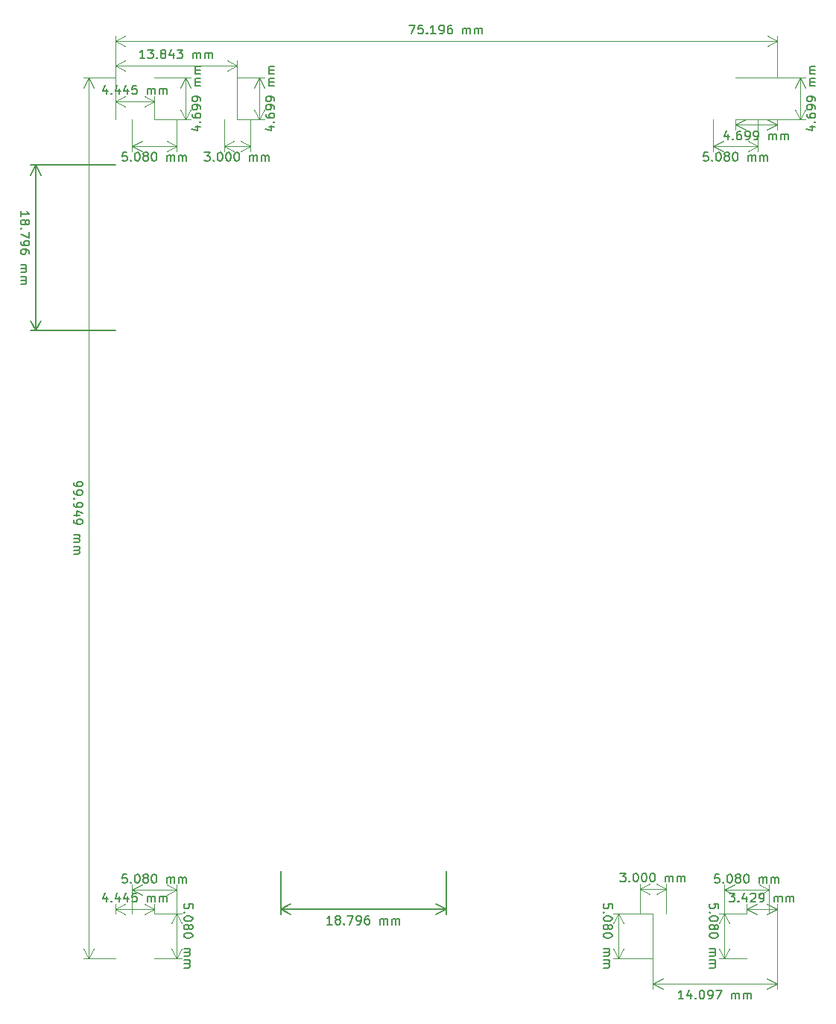
<source format=gbr>
%TF.GenerationSoftware,KiCad,Pcbnew,(5.1.6)-1*%
%TF.CreationDate,2021-05-22T18:41:59+09:00*%
%TF.ProjectId,TinyIR-Panel,54696e79-4952-42d5-9061-6e656c2e6b69,rev?*%
%TF.SameCoordinates,Original*%
%TF.FileFunction,Other,ECO1*%
%FSLAX46Y46*%
G04 Gerber Fmt 4.6, Leading zero omitted, Abs format (unit mm)*
G04 Created by KiCad (PCBNEW (5.1.6)-1) date 2021-05-22 18:41:59*
%MOMM*%
%LPD*%
G01*
G04 APERTURE LIST*
%ADD10C,0.150000*%
%ADD11C,0.100000*%
G04 APERTURE END LIST*
D10*
X109077571Y-146024380D02*
X108506142Y-146024380D01*
X108791857Y-146024380D02*
X108791857Y-145024380D01*
X108696619Y-145167238D01*
X108601380Y-145262476D01*
X108506142Y-145310095D01*
X109649000Y-145452952D02*
X109553761Y-145405333D01*
X109506142Y-145357714D01*
X109458523Y-145262476D01*
X109458523Y-145214857D01*
X109506142Y-145119619D01*
X109553761Y-145072000D01*
X109649000Y-145024380D01*
X109839476Y-145024380D01*
X109934714Y-145072000D01*
X109982333Y-145119619D01*
X110029952Y-145214857D01*
X110029952Y-145262476D01*
X109982333Y-145357714D01*
X109934714Y-145405333D01*
X109839476Y-145452952D01*
X109649000Y-145452952D01*
X109553761Y-145500571D01*
X109506142Y-145548190D01*
X109458523Y-145643428D01*
X109458523Y-145833904D01*
X109506142Y-145929142D01*
X109553761Y-145976761D01*
X109649000Y-146024380D01*
X109839476Y-146024380D01*
X109934714Y-145976761D01*
X109982333Y-145929142D01*
X110029952Y-145833904D01*
X110029952Y-145643428D01*
X109982333Y-145548190D01*
X109934714Y-145500571D01*
X109839476Y-145452952D01*
X110458523Y-145929142D02*
X110506142Y-145976761D01*
X110458523Y-146024380D01*
X110410904Y-145976761D01*
X110458523Y-145929142D01*
X110458523Y-146024380D01*
X110839476Y-145024380D02*
X111506142Y-145024380D01*
X111077571Y-146024380D01*
X111934714Y-146024380D02*
X112125190Y-146024380D01*
X112220428Y-145976761D01*
X112268047Y-145929142D01*
X112363285Y-145786285D01*
X112410904Y-145595809D01*
X112410904Y-145214857D01*
X112363285Y-145119619D01*
X112315666Y-145072000D01*
X112220428Y-145024380D01*
X112029952Y-145024380D01*
X111934714Y-145072000D01*
X111887095Y-145119619D01*
X111839476Y-145214857D01*
X111839476Y-145452952D01*
X111887095Y-145548190D01*
X111934714Y-145595809D01*
X112029952Y-145643428D01*
X112220428Y-145643428D01*
X112315666Y-145595809D01*
X112363285Y-145548190D01*
X112410904Y-145452952D01*
X113268047Y-145024380D02*
X113077571Y-145024380D01*
X112982333Y-145072000D01*
X112934714Y-145119619D01*
X112839476Y-145262476D01*
X112791857Y-145452952D01*
X112791857Y-145833904D01*
X112839476Y-145929142D01*
X112887095Y-145976761D01*
X112982333Y-146024380D01*
X113172809Y-146024380D01*
X113268047Y-145976761D01*
X113315666Y-145929142D01*
X113363285Y-145833904D01*
X113363285Y-145595809D01*
X113315666Y-145500571D01*
X113268047Y-145452952D01*
X113172809Y-145405333D01*
X112982333Y-145405333D01*
X112887095Y-145452952D01*
X112839476Y-145500571D01*
X112791857Y-145595809D01*
X114553761Y-146024380D02*
X114553761Y-145357714D01*
X114553761Y-145452952D02*
X114601380Y-145405333D01*
X114696619Y-145357714D01*
X114839476Y-145357714D01*
X114934714Y-145405333D01*
X114982333Y-145500571D01*
X114982333Y-146024380D01*
X114982333Y-145500571D02*
X115029952Y-145405333D01*
X115125190Y-145357714D01*
X115268047Y-145357714D01*
X115363285Y-145405333D01*
X115410904Y-145500571D01*
X115410904Y-146024380D01*
X115887095Y-146024380D02*
X115887095Y-145357714D01*
X115887095Y-145452952D02*
X115934714Y-145405333D01*
X116029952Y-145357714D01*
X116172809Y-145357714D01*
X116268047Y-145405333D01*
X116315666Y-145500571D01*
X116315666Y-146024380D01*
X116315666Y-145500571D02*
X116363285Y-145405333D01*
X116458523Y-145357714D01*
X116601380Y-145357714D01*
X116696619Y-145405333D01*
X116744238Y-145500571D01*
X116744238Y-146024380D01*
X103251000Y-144272000D02*
X122047000Y-144272000D01*
X103251000Y-139954000D02*
X103251000Y-144858421D01*
X122047000Y-139954000D02*
X122047000Y-144858421D01*
X122047000Y-144272000D02*
X120920496Y-144858421D01*
X122047000Y-144272000D02*
X120920496Y-143685579D01*
X103251000Y-144272000D02*
X104377504Y-144858421D01*
X103251000Y-144272000D02*
X104377504Y-143685579D01*
X73685619Y-65643571D02*
X73685619Y-65072142D01*
X73685619Y-65357857D02*
X74685619Y-65357857D01*
X74542761Y-65262619D01*
X74447523Y-65167380D01*
X74399904Y-65072142D01*
X74257047Y-66215000D02*
X74304666Y-66119761D01*
X74352285Y-66072142D01*
X74447523Y-66024523D01*
X74495142Y-66024523D01*
X74590380Y-66072142D01*
X74638000Y-66119761D01*
X74685619Y-66215000D01*
X74685619Y-66405476D01*
X74638000Y-66500714D01*
X74590380Y-66548333D01*
X74495142Y-66595952D01*
X74447523Y-66595952D01*
X74352285Y-66548333D01*
X74304666Y-66500714D01*
X74257047Y-66405476D01*
X74257047Y-66215000D01*
X74209428Y-66119761D01*
X74161809Y-66072142D01*
X74066571Y-66024523D01*
X73876095Y-66024523D01*
X73780857Y-66072142D01*
X73733238Y-66119761D01*
X73685619Y-66215000D01*
X73685619Y-66405476D01*
X73733238Y-66500714D01*
X73780857Y-66548333D01*
X73876095Y-66595952D01*
X74066571Y-66595952D01*
X74161809Y-66548333D01*
X74209428Y-66500714D01*
X74257047Y-66405476D01*
X73780857Y-67024523D02*
X73733238Y-67072142D01*
X73685619Y-67024523D01*
X73733238Y-66976904D01*
X73780857Y-67024523D01*
X73685619Y-67024523D01*
X74685619Y-67405476D02*
X74685619Y-68072142D01*
X73685619Y-67643571D01*
X73685619Y-68500714D02*
X73685619Y-68691190D01*
X73733238Y-68786428D01*
X73780857Y-68834047D01*
X73923714Y-68929285D01*
X74114190Y-68976904D01*
X74495142Y-68976904D01*
X74590380Y-68929285D01*
X74638000Y-68881666D01*
X74685619Y-68786428D01*
X74685619Y-68595952D01*
X74638000Y-68500714D01*
X74590380Y-68453095D01*
X74495142Y-68405476D01*
X74257047Y-68405476D01*
X74161809Y-68453095D01*
X74114190Y-68500714D01*
X74066571Y-68595952D01*
X74066571Y-68786428D01*
X74114190Y-68881666D01*
X74161809Y-68929285D01*
X74257047Y-68976904D01*
X74685619Y-69834047D02*
X74685619Y-69643571D01*
X74638000Y-69548333D01*
X74590380Y-69500714D01*
X74447523Y-69405476D01*
X74257047Y-69357857D01*
X73876095Y-69357857D01*
X73780857Y-69405476D01*
X73733238Y-69453095D01*
X73685619Y-69548333D01*
X73685619Y-69738809D01*
X73733238Y-69834047D01*
X73780857Y-69881666D01*
X73876095Y-69929285D01*
X74114190Y-69929285D01*
X74209428Y-69881666D01*
X74257047Y-69834047D01*
X74304666Y-69738809D01*
X74304666Y-69548333D01*
X74257047Y-69453095D01*
X74209428Y-69405476D01*
X74114190Y-69357857D01*
X73685619Y-71119761D02*
X74352285Y-71119761D01*
X74257047Y-71119761D02*
X74304666Y-71167380D01*
X74352285Y-71262619D01*
X74352285Y-71405476D01*
X74304666Y-71500714D01*
X74209428Y-71548333D01*
X73685619Y-71548333D01*
X74209428Y-71548333D02*
X74304666Y-71595952D01*
X74352285Y-71691190D01*
X74352285Y-71834047D01*
X74304666Y-71929285D01*
X74209428Y-71976904D01*
X73685619Y-71976904D01*
X73685619Y-72453095D02*
X74352285Y-72453095D01*
X74257047Y-72453095D02*
X74304666Y-72500714D01*
X74352285Y-72595952D01*
X74352285Y-72738809D01*
X74304666Y-72834047D01*
X74209428Y-72881666D01*
X73685619Y-72881666D01*
X74209428Y-72881666D02*
X74304666Y-72929285D01*
X74352285Y-73024523D01*
X74352285Y-73167380D01*
X74304666Y-73262619D01*
X74209428Y-73310238D01*
X73685619Y-73310238D01*
X75438000Y-59817000D02*
X75438000Y-78613000D01*
X84455000Y-59817000D02*
X74851579Y-59817000D01*
X84455000Y-78613000D02*
X74851579Y-78613000D01*
X75438000Y-78613000D02*
X74851579Y-77486496D01*
X75438000Y-78613000D02*
X76024421Y-77486496D01*
X75438000Y-59817000D02*
X74851579Y-60943504D01*
X75438000Y-59817000D02*
X76024421Y-60943504D01*
X87805071Y-47716380D02*
X87233642Y-47716380D01*
X87519357Y-47716380D02*
X87519357Y-46716380D01*
X87424119Y-46859238D01*
X87328880Y-46954476D01*
X87233642Y-47002095D01*
X88138404Y-46716380D02*
X88757452Y-46716380D01*
X88424119Y-47097333D01*
X88566976Y-47097333D01*
X88662214Y-47144952D01*
X88709833Y-47192571D01*
X88757452Y-47287809D01*
X88757452Y-47525904D01*
X88709833Y-47621142D01*
X88662214Y-47668761D01*
X88566976Y-47716380D01*
X88281261Y-47716380D01*
X88186023Y-47668761D01*
X88138404Y-47621142D01*
X89186023Y-47621142D02*
X89233642Y-47668761D01*
X89186023Y-47716380D01*
X89138404Y-47668761D01*
X89186023Y-47621142D01*
X89186023Y-47716380D01*
X89805071Y-47144952D02*
X89709833Y-47097333D01*
X89662214Y-47049714D01*
X89614595Y-46954476D01*
X89614595Y-46906857D01*
X89662214Y-46811619D01*
X89709833Y-46764000D01*
X89805071Y-46716380D01*
X89995547Y-46716380D01*
X90090785Y-46764000D01*
X90138404Y-46811619D01*
X90186023Y-46906857D01*
X90186023Y-46954476D01*
X90138404Y-47049714D01*
X90090785Y-47097333D01*
X89995547Y-47144952D01*
X89805071Y-47144952D01*
X89709833Y-47192571D01*
X89662214Y-47240190D01*
X89614595Y-47335428D01*
X89614595Y-47525904D01*
X89662214Y-47621142D01*
X89709833Y-47668761D01*
X89805071Y-47716380D01*
X89995547Y-47716380D01*
X90090785Y-47668761D01*
X90138404Y-47621142D01*
X90186023Y-47525904D01*
X90186023Y-47335428D01*
X90138404Y-47240190D01*
X90090785Y-47192571D01*
X89995547Y-47144952D01*
X91043166Y-47049714D02*
X91043166Y-47716380D01*
X90805071Y-46668761D02*
X90566976Y-47383047D01*
X91186023Y-47383047D01*
X91471738Y-46716380D02*
X92090785Y-46716380D01*
X91757452Y-47097333D01*
X91900309Y-47097333D01*
X91995547Y-47144952D01*
X92043166Y-47192571D01*
X92090785Y-47287809D01*
X92090785Y-47525904D01*
X92043166Y-47621142D01*
X91995547Y-47668761D01*
X91900309Y-47716380D01*
X91614595Y-47716380D01*
X91519357Y-47668761D01*
X91471738Y-47621142D01*
X93281261Y-47716380D02*
X93281261Y-47049714D01*
X93281261Y-47144952D02*
X93328880Y-47097333D01*
X93424119Y-47049714D01*
X93566976Y-47049714D01*
X93662214Y-47097333D01*
X93709833Y-47192571D01*
X93709833Y-47716380D01*
X93709833Y-47192571D02*
X93757452Y-47097333D01*
X93852690Y-47049714D01*
X93995547Y-47049714D01*
X94090785Y-47097333D01*
X94138404Y-47192571D01*
X94138404Y-47716380D01*
X94614595Y-47716380D02*
X94614595Y-47049714D01*
X94614595Y-47144952D02*
X94662214Y-47097333D01*
X94757452Y-47049714D01*
X94900309Y-47049714D01*
X94995547Y-47097333D01*
X95043166Y-47192571D01*
X95043166Y-47716380D01*
X95043166Y-47192571D02*
X95090785Y-47097333D01*
X95186023Y-47049714D01*
X95328880Y-47049714D01*
X95424119Y-47097333D01*
X95471738Y-47192571D01*
X95471738Y-47716380D01*
D11*
X98298000Y-48514000D02*
X84455000Y-48514000D01*
X98298000Y-54610000D02*
X98298000Y-47927579D01*
X84455000Y-54610000D02*
X84455000Y-47927579D01*
X84455000Y-48514000D02*
X85581504Y-47927579D01*
X84455000Y-48514000D02*
X85581504Y-49100421D01*
X98298000Y-48514000D02*
X97171496Y-47927579D01*
X98298000Y-48514000D02*
X97171496Y-49100421D01*
D10*
X101873714Y-55450976D02*
X102540380Y-55450976D01*
X101492761Y-55689071D02*
X102207047Y-55927166D01*
X102207047Y-55308119D01*
X102445142Y-54927166D02*
X102492761Y-54879547D01*
X102540380Y-54927166D01*
X102492761Y-54974785D01*
X102445142Y-54927166D01*
X102540380Y-54927166D01*
X101540380Y-54022404D02*
X101540380Y-54212880D01*
X101588000Y-54308119D01*
X101635619Y-54355738D01*
X101778476Y-54450976D01*
X101968952Y-54498595D01*
X102349904Y-54498595D01*
X102445142Y-54450976D01*
X102492761Y-54403357D01*
X102540380Y-54308119D01*
X102540380Y-54117642D01*
X102492761Y-54022404D01*
X102445142Y-53974785D01*
X102349904Y-53927166D01*
X102111809Y-53927166D01*
X102016571Y-53974785D01*
X101968952Y-54022404D01*
X101921333Y-54117642D01*
X101921333Y-54308119D01*
X101968952Y-54403357D01*
X102016571Y-54450976D01*
X102111809Y-54498595D01*
X102540380Y-53450976D02*
X102540380Y-53260500D01*
X102492761Y-53165261D01*
X102445142Y-53117642D01*
X102302285Y-53022404D01*
X102111809Y-52974785D01*
X101730857Y-52974785D01*
X101635619Y-53022404D01*
X101588000Y-53070023D01*
X101540380Y-53165261D01*
X101540380Y-53355738D01*
X101588000Y-53450976D01*
X101635619Y-53498595D01*
X101730857Y-53546214D01*
X101968952Y-53546214D01*
X102064190Y-53498595D01*
X102111809Y-53450976D01*
X102159428Y-53355738D01*
X102159428Y-53165261D01*
X102111809Y-53070023D01*
X102064190Y-53022404D01*
X101968952Y-52974785D01*
X102540380Y-52498595D02*
X102540380Y-52308119D01*
X102492761Y-52212880D01*
X102445142Y-52165261D01*
X102302285Y-52070023D01*
X102111809Y-52022404D01*
X101730857Y-52022404D01*
X101635619Y-52070023D01*
X101588000Y-52117642D01*
X101540380Y-52212880D01*
X101540380Y-52403357D01*
X101588000Y-52498595D01*
X101635619Y-52546214D01*
X101730857Y-52593833D01*
X101968952Y-52593833D01*
X102064190Y-52546214D01*
X102111809Y-52498595D01*
X102159428Y-52403357D01*
X102159428Y-52212880D01*
X102111809Y-52117642D01*
X102064190Y-52070023D01*
X101968952Y-52022404D01*
X102540380Y-50831928D02*
X101873714Y-50831928D01*
X101968952Y-50831928D02*
X101921333Y-50784309D01*
X101873714Y-50689071D01*
X101873714Y-50546214D01*
X101921333Y-50450976D01*
X102016571Y-50403357D01*
X102540380Y-50403357D01*
X102016571Y-50403357D02*
X101921333Y-50355738D01*
X101873714Y-50260500D01*
X101873714Y-50117642D01*
X101921333Y-50022404D01*
X102016571Y-49974785D01*
X102540380Y-49974785D01*
X102540380Y-49498595D02*
X101873714Y-49498595D01*
X101968952Y-49498595D02*
X101921333Y-49450976D01*
X101873714Y-49355738D01*
X101873714Y-49212880D01*
X101921333Y-49117642D01*
X102016571Y-49070023D01*
X102540380Y-49070023D01*
X102016571Y-49070023D02*
X101921333Y-49022404D01*
X101873714Y-48927166D01*
X101873714Y-48784309D01*
X101921333Y-48689071D01*
X102016571Y-48641452D01*
X102540380Y-48641452D01*
D11*
X100838000Y-54610000D02*
X100838000Y-49911000D01*
X98298000Y-54610000D02*
X101424421Y-54610000D01*
X98298000Y-49911000D02*
X101424421Y-49911000D01*
X100838000Y-49911000D02*
X101424421Y-51037504D01*
X100838000Y-49911000D02*
X100251579Y-51037504D01*
X100838000Y-54610000D02*
X101424421Y-53483496D01*
X100838000Y-54610000D02*
X100251579Y-53483496D01*
D10*
X94583714Y-58360380D02*
X95202761Y-58360380D01*
X94869428Y-58741333D01*
X95012285Y-58741333D01*
X95107523Y-58788952D01*
X95155142Y-58836571D01*
X95202761Y-58931809D01*
X95202761Y-59169904D01*
X95155142Y-59265142D01*
X95107523Y-59312761D01*
X95012285Y-59360380D01*
X94726571Y-59360380D01*
X94631333Y-59312761D01*
X94583714Y-59265142D01*
X95631333Y-59265142D02*
X95678952Y-59312761D01*
X95631333Y-59360380D01*
X95583714Y-59312761D01*
X95631333Y-59265142D01*
X95631333Y-59360380D01*
X96298000Y-58360380D02*
X96393238Y-58360380D01*
X96488476Y-58408000D01*
X96536095Y-58455619D01*
X96583714Y-58550857D01*
X96631333Y-58741333D01*
X96631333Y-58979428D01*
X96583714Y-59169904D01*
X96536095Y-59265142D01*
X96488476Y-59312761D01*
X96393238Y-59360380D01*
X96298000Y-59360380D01*
X96202761Y-59312761D01*
X96155142Y-59265142D01*
X96107523Y-59169904D01*
X96059904Y-58979428D01*
X96059904Y-58741333D01*
X96107523Y-58550857D01*
X96155142Y-58455619D01*
X96202761Y-58408000D01*
X96298000Y-58360380D01*
X97250380Y-58360380D02*
X97345619Y-58360380D01*
X97440857Y-58408000D01*
X97488476Y-58455619D01*
X97536095Y-58550857D01*
X97583714Y-58741333D01*
X97583714Y-58979428D01*
X97536095Y-59169904D01*
X97488476Y-59265142D01*
X97440857Y-59312761D01*
X97345619Y-59360380D01*
X97250380Y-59360380D01*
X97155142Y-59312761D01*
X97107523Y-59265142D01*
X97059904Y-59169904D01*
X97012285Y-58979428D01*
X97012285Y-58741333D01*
X97059904Y-58550857D01*
X97107523Y-58455619D01*
X97155142Y-58408000D01*
X97250380Y-58360380D01*
X98202761Y-58360380D02*
X98298000Y-58360380D01*
X98393238Y-58408000D01*
X98440857Y-58455619D01*
X98488476Y-58550857D01*
X98536095Y-58741333D01*
X98536095Y-58979428D01*
X98488476Y-59169904D01*
X98440857Y-59265142D01*
X98393238Y-59312761D01*
X98298000Y-59360380D01*
X98202761Y-59360380D01*
X98107523Y-59312761D01*
X98059904Y-59265142D01*
X98012285Y-59169904D01*
X97964666Y-58979428D01*
X97964666Y-58741333D01*
X98012285Y-58550857D01*
X98059904Y-58455619D01*
X98107523Y-58408000D01*
X98202761Y-58360380D01*
X99726571Y-59360380D02*
X99726571Y-58693714D01*
X99726571Y-58788952D02*
X99774190Y-58741333D01*
X99869428Y-58693714D01*
X100012285Y-58693714D01*
X100107523Y-58741333D01*
X100155142Y-58836571D01*
X100155142Y-59360380D01*
X100155142Y-58836571D02*
X100202761Y-58741333D01*
X100298000Y-58693714D01*
X100440857Y-58693714D01*
X100536095Y-58741333D01*
X100583714Y-58836571D01*
X100583714Y-59360380D01*
X101059904Y-59360380D02*
X101059904Y-58693714D01*
X101059904Y-58788952D02*
X101107523Y-58741333D01*
X101202761Y-58693714D01*
X101345619Y-58693714D01*
X101440857Y-58741333D01*
X101488476Y-58836571D01*
X101488476Y-59360380D01*
X101488476Y-58836571D02*
X101536095Y-58741333D01*
X101631333Y-58693714D01*
X101774190Y-58693714D01*
X101869428Y-58741333D01*
X101917047Y-58836571D01*
X101917047Y-59360380D01*
D11*
X96798000Y-57658000D02*
X99798000Y-57658000D01*
X96798000Y-54610000D02*
X96798000Y-58244421D01*
X99798000Y-54610000D02*
X99798000Y-58244421D01*
X99798000Y-57658000D02*
X98671496Y-58244421D01*
X99798000Y-57658000D02*
X98671496Y-57071579D01*
X96798000Y-57658000D02*
X97924504Y-58244421D01*
X96798000Y-57658000D02*
X97924504Y-57071579D01*
D10*
X141827714Y-140188380D02*
X142446761Y-140188380D01*
X142113428Y-140569333D01*
X142256285Y-140569333D01*
X142351523Y-140616952D01*
X142399142Y-140664571D01*
X142446761Y-140759809D01*
X142446761Y-140997904D01*
X142399142Y-141093142D01*
X142351523Y-141140761D01*
X142256285Y-141188380D01*
X141970571Y-141188380D01*
X141875333Y-141140761D01*
X141827714Y-141093142D01*
X142875333Y-141093142D02*
X142922952Y-141140761D01*
X142875333Y-141188380D01*
X142827714Y-141140761D01*
X142875333Y-141093142D01*
X142875333Y-141188380D01*
X143542000Y-140188380D02*
X143637238Y-140188380D01*
X143732476Y-140236000D01*
X143780095Y-140283619D01*
X143827714Y-140378857D01*
X143875333Y-140569333D01*
X143875333Y-140807428D01*
X143827714Y-140997904D01*
X143780095Y-141093142D01*
X143732476Y-141140761D01*
X143637238Y-141188380D01*
X143542000Y-141188380D01*
X143446761Y-141140761D01*
X143399142Y-141093142D01*
X143351523Y-140997904D01*
X143303904Y-140807428D01*
X143303904Y-140569333D01*
X143351523Y-140378857D01*
X143399142Y-140283619D01*
X143446761Y-140236000D01*
X143542000Y-140188380D01*
X144494380Y-140188380D02*
X144589619Y-140188380D01*
X144684857Y-140236000D01*
X144732476Y-140283619D01*
X144780095Y-140378857D01*
X144827714Y-140569333D01*
X144827714Y-140807428D01*
X144780095Y-140997904D01*
X144732476Y-141093142D01*
X144684857Y-141140761D01*
X144589619Y-141188380D01*
X144494380Y-141188380D01*
X144399142Y-141140761D01*
X144351523Y-141093142D01*
X144303904Y-140997904D01*
X144256285Y-140807428D01*
X144256285Y-140569333D01*
X144303904Y-140378857D01*
X144351523Y-140283619D01*
X144399142Y-140236000D01*
X144494380Y-140188380D01*
X145446761Y-140188380D02*
X145542000Y-140188380D01*
X145637238Y-140236000D01*
X145684857Y-140283619D01*
X145732476Y-140378857D01*
X145780095Y-140569333D01*
X145780095Y-140807428D01*
X145732476Y-140997904D01*
X145684857Y-141093142D01*
X145637238Y-141140761D01*
X145542000Y-141188380D01*
X145446761Y-141188380D01*
X145351523Y-141140761D01*
X145303904Y-141093142D01*
X145256285Y-140997904D01*
X145208666Y-140807428D01*
X145208666Y-140569333D01*
X145256285Y-140378857D01*
X145303904Y-140283619D01*
X145351523Y-140236000D01*
X145446761Y-140188380D01*
X146970571Y-141188380D02*
X146970571Y-140521714D01*
X146970571Y-140616952D02*
X147018190Y-140569333D01*
X147113428Y-140521714D01*
X147256285Y-140521714D01*
X147351523Y-140569333D01*
X147399142Y-140664571D01*
X147399142Y-141188380D01*
X147399142Y-140664571D02*
X147446761Y-140569333D01*
X147542000Y-140521714D01*
X147684857Y-140521714D01*
X147780095Y-140569333D01*
X147827714Y-140664571D01*
X147827714Y-141188380D01*
X148303904Y-141188380D02*
X148303904Y-140521714D01*
X148303904Y-140616952D02*
X148351523Y-140569333D01*
X148446761Y-140521714D01*
X148589619Y-140521714D01*
X148684857Y-140569333D01*
X148732476Y-140664571D01*
X148732476Y-141188380D01*
X148732476Y-140664571D02*
X148780095Y-140569333D01*
X148875333Y-140521714D01*
X149018190Y-140521714D01*
X149113428Y-140569333D01*
X149161047Y-140664571D01*
X149161047Y-141188380D01*
D11*
X144042000Y-141986000D02*
X147042000Y-141986000D01*
X144042000Y-144780000D02*
X144042000Y-141399579D01*
X147042000Y-144780000D02*
X147042000Y-141399579D01*
X147042000Y-141986000D02*
X145915496Y-142572421D01*
X147042000Y-141986000D02*
X145915496Y-141399579D01*
X144042000Y-141986000D02*
X145168504Y-142572421D01*
X144042000Y-141986000D02*
X145168504Y-141399579D01*
D10*
X140902619Y-144177142D02*
X140902619Y-143700952D01*
X140426428Y-143653333D01*
X140474047Y-143700952D01*
X140521666Y-143796190D01*
X140521666Y-144034285D01*
X140474047Y-144129523D01*
X140426428Y-144177142D01*
X140331190Y-144224761D01*
X140093095Y-144224761D01*
X139997857Y-144177142D01*
X139950238Y-144129523D01*
X139902619Y-144034285D01*
X139902619Y-143796190D01*
X139950238Y-143700952D01*
X139997857Y-143653333D01*
X139997857Y-144653333D02*
X139950238Y-144700952D01*
X139902619Y-144653333D01*
X139950238Y-144605714D01*
X139997857Y-144653333D01*
X139902619Y-144653333D01*
X140902619Y-145320000D02*
X140902619Y-145415238D01*
X140855000Y-145510476D01*
X140807380Y-145558095D01*
X140712142Y-145605714D01*
X140521666Y-145653333D01*
X140283571Y-145653333D01*
X140093095Y-145605714D01*
X139997857Y-145558095D01*
X139950238Y-145510476D01*
X139902619Y-145415238D01*
X139902619Y-145320000D01*
X139950238Y-145224761D01*
X139997857Y-145177142D01*
X140093095Y-145129523D01*
X140283571Y-145081904D01*
X140521666Y-145081904D01*
X140712142Y-145129523D01*
X140807380Y-145177142D01*
X140855000Y-145224761D01*
X140902619Y-145320000D01*
X140474047Y-146224761D02*
X140521666Y-146129523D01*
X140569285Y-146081904D01*
X140664523Y-146034285D01*
X140712142Y-146034285D01*
X140807380Y-146081904D01*
X140855000Y-146129523D01*
X140902619Y-146224761D01*
X140902619Y-146415238D01*
X140855000Y-146510476D01*
X140807380Y-146558095D01*
X140712142Y-146605714D01*
X140664523Y-146605714D01*
X140569285Y-146558095D01*
X140521666Y-146510476D01*
X140474047Y-146415238D01*
X140474047Y-146224761D01*
X140426428Y-146129523D01*
X140378809Y-146081904D01*
X140283571Y-146034285D01*
X140093095Y-146034285D01*
X139997857Y-146081904D01*
X139950238Y-146129523D01*
X139902619Y-146224761D01*
X139902619Y-146415238D01*
X139950238Y-146510476D01*
X139997857Y-146558095D01*
X140093095Y-146605714D01*
X140283571Y-146605714D01*
X140378809Y-146558095D01*
X140426428Y-146510476D01*
X140474047Y-146415238D01*
X140902619Y-147224761D02*
X140902619Y-147320000D01*
X140855000Y-147415238D01*
X140807380Y-147462857D01*
X140712142Y-147510476D01*
X140521666Y-147558095D01*
X140283571Y-147558095D01*
X140093095Y-147510476D01*
X139997857Y-147462857D01*
X139950238Y-147415238D01*
X139902619Y-147320000D01*
X139902619Y-147224761D01*
X139950238Y-147129523D01*
X139997857Y-147081904D01*
X140093095Y-147034285D01*
X140283571Y-146986666D01*
X140521666Y-146986666D01*
X140712142Y-147034285D01*
X140807380Y-147081904D01*
X140855000Y-147129523D01*
X140902619Y-147224761D01*
X139902619Y-148748571D02*
X140569285Y-148748571D01*
X140474047Y-148748571D02*
X140521666Y-148796190D01*
X140569285Y-148891428D01*
X140569285Y-149034285D01*
X140521666Y-149129523D01*
X140426428Y-149177142D01*
X139902619Y-149177142D01*
X140426428Y-149177142D02*
X140521666Y-149224761D01*
X140569285Y-149320000D01*
X140569285Y-149462857D01*
X140521666Y-149558095D01*
X140426428Y-149605714D01*
X139902619Y-149605714D01*
X139902619Y-150081904D02*
X140569285Y-150081904D01*
X140474047Y-150081904D02*
X140521666Y-150129523D01*
X140569285Y-150224761D01*
X140569285Y-150367619D01*
X140521666Y-150462857D01*
X140426428Y-150510476D01*
X139902619Y-150510476D01*
X140426428Y-150510476D02*
X140521666Y-150558095D01*
X140569285Y-150653333D01*
X140569285Y-150796190D01*
X140521666Y-150891428D01*
X140426428Y-150939047D01*
X139902619Y-150939047D01*
D11*
X141605000Y-144780000D02*
X141605000Y-149860000D01*
X145542000Y-144780000D02*
X141018579Y-144780000D01*
X145542000Y-149860000D02*
X141018579Y-149860000D01*
X141605000Y-149860000D02*
X141018579Y-148733496D01*
X141605000Y-149860000D02*
X142191421Y-148733496D01*
X141605000Y-144780000D02*
X141018579Y-145906504D01*
X141605000Y-144780000D02*
X142191421Y-145906504D01*
D10*
X149019071Y-154483380D02*
X148447642Y-154483380D01*
X148733357Y-154483380D02*
X148733357Y-153483380D01*
X148638119Y-153626238D01*
X148542880Y-153721476D01*
X148447642Y-153769095D01*
X149876214Y-153816714D02*
X149876214Y-154483380D01*
X149638119Y-153435761D02*
X149400023Y-154150047D01*
X150019071Y-154150047D01*
X150400023Y-154388142D02*
X150447642Y-154435761D01*
X150400023Y-154483380D01*
X150352404Y-154435761D01*
X150400023Y-154388142D01*
X150400023Y-154483380D01*
X151066690Y-153483380D02*
X151161928Y-153483380D01*
X151257166Y-153531000D01*
X151304785Y-153578619D01*
X151352404Y-153673857D01*
X151400023Y-153864333D01*
X151400023Y-154102428D01*
X151352404Y-154292904D01*
X151304785Y-154388142D01*
X151257166Y-154435761D01*
X151161928Y-154483380D01*
X151066690Y-154483380D01*
X150971452Y-154435761D01*
X150923833Y-154388142D01*
X150876214Y-154292904D01*
X150828595Y-154102428D01*
X150828595Y-153864333D01*
X150876214Y-153673857D01*
X150923833Y-153578619D01*
X150971452Y-153531000D01*
X151066690Y-153483380D01*
X151876214Y-154483380D02*
X152066690Y-154483380D01*
X152161928Y-154435761D01*
X152209547Y-154388142D01*
X152304785Y-154245285D01*
X152352404Y-154054809D01*
X152352404Y-153673857D01*
X152304785Y-153578619D01*
X152257166Y-153531000D01*
X152161928Y-153483380D01*
X151971452Y-153483380D01*
X151876214Y-153531000D01*
X151828595Y-153578619D01*
X151780976Y-153673857D01*
X151780976Y-153911952D01*
X151828595Y-154007190D01*
X151876214Y-154054809D01*
X151971452Y-154102428D01*
X152161928Y-154102428D01*
X152257166Y-154054809D01*
X152304785Y-154007190D01*
X152352404Y-153911952D01*
X152685738Y-153483380D02*
X153352404Y-153483380D01*
X152923833Y-154483380D01*
X154495261Y-154483380D02*
X154495261Y-153816714D01*
X154495261Y-153911952D02*
X154542880Y-153864333D01*
X154638119Y-153816714D01*
X154780976Y-153816714D01*
X154876214Y-153864333D01*
X154923833Y-153959571D01*
X154923833Y-154483380D01*
X154923833Y-153959571D02*
X154971452Y-153864333D01*
X155066690Y-153816714D01*
X155209547Y-153816714D01*
X155304785Y-153864333D01*
X155352404Y-153959571D01*
X155352404Y-154483380D01*
X155828595Y-154483380D02*
X155828595Y-153816714D01*
X155828595Y-153911952D02*
X155876214Y-153864333D01*
X155971452Y-153816714D01*
X156114309Y-153816714D01*
X156209547Y-153864333D01*
X156257166Y-153959571D01*
X156257166Y-154483380D01*
X156257166Y-153959571D02*
X156304785Y-153864333D01*
X156400023Y-153816714D01*
X156542880Y-153816714D01*
X156638119Y-153864333D01*
X156685738Y-153959571D01*
X156685738Y-154483380D01*
D11*
X145542000Y-152781000D02*
X159639000Y-152781000D01*
X145542000Y-144780000D02*
X145542000Y-153367421D01*
X159639000Y-144780000D02*
X159639000Y-153367421D01*
X159639000Y-152781000D02*
X158512496Y-153367421D01*
X159639000Y-152781000D02*
X158512496Y-152194579D01*
X145542000Y-152781000D02*
X146668504Y-153367421D01*
X145542000Y-152781000D02*
X146668504Y-152194579D01*
D10*
X83487023Y-142807715D02*
X83487023Y-143474381D01*
X83248928Y-142426762D02*
X83010833Y-143141048D01*
X83629880Y-143141048D01*
X84010833Y-143379143D02*
X84058452Y-143426762D01*
X84010833Y-143474381D01*
X83963214Y-143426762D01*
X84010833Y-143379143D01*
X84010833Y-143474381D01*
X84915595Y-142807715D02*
X84915595Y-143474381D01*
X84677500Y-142426762D02*
X84439404Y-143141048D01*
X85058452Y-143141048D01*
X85867976Y-142807715D02*
X85867976Y-143474381D01*
X85629880Y-142426762D02*
X85391785Y-143141048D01*
X86010833Y-143141048D01*
X86867976Y-142474381D02*
X86391785Y-142474381D01*
X86344166Y-142950572D01*
X86391785Y-142902953D01*
X86487023Y-142855334D01*
X86725119Y-142855334D01*
X86820357Y-142902953D01*
X86867976Y-142950572D01*
X86915595Y-143045810D01*
X86915595Y-143283905D01*
X86867976Y-143379143D01*
X86820357Y-143426762D01*
X86725119Y-143474381D01*
X86487023Y-143474381D01*
X86391785Y-143426762D01*
X86344166Y-143379143D01*
X88106071Y-143474381D02*
X88106071Y-142807715D01*
X88106071Y-142902953D02*
X88153690Y-142855334D01*
X88248928Y-142807715D01*
X88391785Y-142807715D01*
X88487023Y-142855334D01*
X88534642Y-142950572D01*
X88534642Y-143474381D01*
X88534642Y-142950572D02*
X88582261Y-142855334D01*
X88677500Y-142807715D01*
X88820357Y-142807715D01*
X88915595Y-142855334D01*
X88963214Y-142950572D01*
X88963214Y-143474381D01*
X89439404Y-143474381D02*
X89439404Y-142807715D01*
X89439404Y-142902953D02*
X89487023Y-142855334D01*
X89582261Y-142807715D01*
X89725119Y-142807715D01*
X89820357Y-142855334D01*
X89867976Y-142950572D01*
X89867976Y-143474381D01*
X89867976Y-142950572D02*
X89915595Y-142855334D01*
X90010833Y-142807715D01*
X90153690Y-142807715D01*
X90248928Y-142855334D01*
X90296547Y-142950572D01*
X90296547Y-143474381D01*
D11*
X88900000Y-144272001D02*
X84455000Y-144272001D01*
X88900000Y-144780000D02*
X88900000Y-143685580D01*
X84455000Y-144780000D02*
X84455000Y-143685580D01*
X84455000Y-144272001D02*
X85581504Y-143685580D01*
X84455000Y-144272001D02*
X85581504Y-144858422D01*
X88900000Y-144272001D02*
X87773496Y-143685580D01*
X88900000Y-144272001D02*
X87773496Y-144858422D01*
D10*
X93237619Y-144177142D02*
X93237619Y-143700952D01*
X92761428Y-143653333D01*
X92809047Y-143700952D01*
X92856666Y-143796190D01*
X92856666Y-144034285D01*
X92809047Y-144129523D01*
X92761428Y-144177142D01*
X92666190Y-144224761D01*
X92428095Y-144224761D01*
X92332857Y-144177142D01*
X92285238Y-144129523D01*
X92237619Y-144034285D01*
X92237619Y-143796190D01*
X92285238Y-143700952D01*
X92332857Y-143653333D01*
X92332857Y-144653333D02*
X92285238Y-144700952D01*
X92237619Y-144653333D01*
X92285238Y-144605714D01*
X92332857Y-144653333D01*
X92237619Y-144653333D01*
X93237619Y-145320000D02*
X93237619Y-145415238D01*
X93190000Y-145510476D01*
X93142380Y-145558095D01*
X93047142Y-145605714D01*
X92856666Y-145653333D01*
X92618571Y-145653333D01*
X92428095Y-145605714D01*
X92332857Y-145558095D01*
X92285238Y-145510476D01*
X92237619Y-145415238D01*
X92237619Y-145320000D01*
X92285238Y-145224761D01*
X92332857Y-145177142D01*
X92428095Y-145129523D01*
X92618571Y-145081904D01*
X92856666Y-145081904D01*
X93047142Y-145129523D01*
X93142380Y-145177142D01*
X93190000Y-145224761D01*
X93237619Y-145320000D01*
X92809047Y-146224761D02*
X92856666Y-146129523D01*
X92904285Y-146081904D01*
X92999523Y-146034285D01*
X93047142Y-146034285D01*
X93142380Y-146081904D01*
X93190000Y-146129523D01*
X93237619Y-146224761D01*
X93237619Y-146415238D01*
X93190000Y-146510476D01*
X93142380Y-146558095D01*
X93047142Y-146605714D01*
X92999523Y-146605714D01*
X92904285Y-146558095D01*
X92856666Y-146510476D01*
X92809047Y-146415238D01*
X92809047Y-146224761D01*
X92761428Y-146129523D01*
X92713809Y-146081904D01*
X92618571Y-146034285D01*
X92428095Y-146034285D01*
X92332857Y-146081904D01*
X92285238Y-146129523D01*
X92237619Y-146224761D01*
X92237619Y-146415238D01*
X92285238Y-146510476D01*
X92332857Y-146558095D01*
X92428095Y-146605714D01*
X92618571Y-146605714D01*
X92713809Y-146558095D01*
X92761428Y-146510476D01*
X92809047Y-146415238D01*
X93237619Y-147224761D02*
X93237619Y-147320000D01*
X93190000Y-147415238D01*
X93142380Y-147462857D01*
X93047142Y-147510476D01*
X92856666Y-147558095D01*
X92618571Y-147558095D01*
X92428095Y-147510476D01*
X92332857Y-147462857D01*
X92285238Y-147415238D01*
X92237619Y-147320000D01*
X92237619Y-147224761D01*
X92285238Y-147129523D01*
X92332857Y-147081904D01*
X92428095Y-147034285D01*
X92618571Y-146986666D01*
X92856666Y-146986666D01*
X93047142Y-147034285D01*
X93142380Y-147081904D01*
X93190000Y-147129523D01*
X93237619Y-147224761D01*
X92237619Y-148748571D02*
X92904285Y-148748571D01*
X92809047Y-148748571D02*
X92856666Y-148796190D01*
X92904285Y-148891428D01*
X92904285Y-149034285D01*
X92856666Y-149129523D01*
X92761428Y-149177142D01*
X92237619Y-149177142D01*
X92761428Y-149177142D02*
X92856666Y-149224761D01*
X92904285Y-149320000D01*
X92904285Y-149462857D01*
X92856666Y-149558095D01*
X92761428Y-149605714D01*
X92237619Y-149605714D01*
X92237619Y-150081904D02*
X92904285Y-150081904D01*
X92809047Y-150081904D02*
X92856666Y-150129523D01*
X92904285Y-150224761D01*
X92904285Y-150367619D01*
X92856666Y-150462857D01*
X92761428Y-150510476D01*
X92237619Y-150510476D01*
X92761428Y-150510476D02*
X92856666Y-150558095D01*
X92904285Y-150653333D01*
X92904285Y-150796190D01*
X92856666Y-150891428D01*
X92761428Y-150939047D01*
X92237619Y-150939047D01*
D11*
X91440000Y-144780000D02*
X91440000Y-149860000D01*
X88900000Y-144780000D02*
X92026421Y-144780000D01*
X88900000Y-149860000D02*
X92026421Y-149860000D01*
X91440000Y-149860000D02*
X90853579Y-148733496D01*
X91440000Y-149860000D02*
X92026421Y-148733496D01*
X91440000Y-144780000D02*
X90853579Y-145906504D01*
X91440000Y-144780000D02*
X92026421Y-145906504D01*
D10*
X85757142Y-140315380D02*
X85280952Y-140315380D01*
X85233333Y-140791571D01*
X85280952Y-140743952D01*
X85376190Y-140696333D01*
X85614285Y-140696333D01*
X85709523Y-140743952D01*
X85757142Y-140791571D01*
X85804761Y-140886809D01*
X85804761Y-141124904D01*
X85757142Y-141220142D01*
X85709523Y-141267761D01*
X85614285Y-141315380D01*
X85376190Y-141315380D01*
X85280952Y-141267761D01*
X85233333Y-141220142D01*
X86233333Y-141220142D02*
X86280952Y-141267761D01*
X86233333Y-141315380D01*
X86185714Y-141267761D01*
X86233333Y-141220142D01*
X86233333Y-141315380D01*
X86900000Y-140315380D02*
X86995238Y-140315380D01*
X87090476Y-140363000D01*
X87138095Y-140410619D01*
X87185714Y-140505857D01*
X87233333Y-140696333D01*
X87233333Y-140934428D01*
X87185714Y-141124904D01*
X87138095Y-141220142D01*
X87090476Y-141267761D01*
X86995238Y-141315380D01*
X86900000Y-141315380D01*
X86804761Y-141267761D01*
X86757142Y-141220142D01*
X86709523Y-141124904D01*
X86661904Y-140934428D01*
X86661904Y-140696333D01*
X86709523Y-140505857D01*
X86757142Y-140410619D01*
X86804761Y-140363000D01*
X86900000Y-140315380D01*
X87804761Y-140743952D02*
X87709523Y-140696333D01*
X87661904Y-140648714D01*
X87614285Y-140553476D01*
X87614285Y-140505857D01*
X87661904Y-140410619D01*
X87709523Y-140363000D01*
X87804761Y-140315380D01*
X87995238Y-140315380D01*
X88090476Y-140363000D01*
X88138095Y-140410619D01*
X88185714Y-140505857D01*
X88185714Y-140553476D01*
X88138095Y-140648714D01*
X88090476Y-140696333D01*
X87995238Y-140743952D01*
X87804761Y-140743952D01*
X87709523Y-140791571D01*
X87661904Y-140839190D01*
X87614285Y-140934428D01*
X87614285Y-141124904D01*
X87661904Y-141220142D01*
X87709523Y-141267761D01*
X87804761Y-141315380D01*
X87995238Y-141315380D01*
X88090476Y-141267761D01*
X88138095Y-141220142D01*
X88185714Y-141124904D01*
X88185714Y-140934428D01*
X88138095Y-140839190D01*
X88090476Y-140791571D01*
X87995238Y-140743952D01*
X88804761Y-140315380D02*
X88900000Y-140315380D01*
X88995238Y-140363000D01*
X89042857Y-140410619D01*
X89090476Y-140505857D01*
X89138095Y-140696333D01*
X89138095Y-140934428D01*
X89090476Y-141124904D01*
X89042857Y-141220142D01*
X88995238Y-141267761D01*
X88900000Y-141315380D01*
X88804761Y-141315380D01*
X88709523Y-141267761D01*
X88661904Y-141220142D01*
X88614285Y-141124904D01*
X88566666Y-140934428D01*
X88566666Y-140696333D01*
X88614285Y-140505857D01*
X88661904Y-140410619D01*
X88709523Y-140363000D01*
X88804761Y-140315380D01*
X90328571Y-141315380D02*
X90328571Y-140648714D01*
X90328571Y-140743952D02*
X90376190Y-140696333D01*
X90471428Y-140648714D01*
X90614285Y-140648714D01*
X90709523Y-140696333D01*
X90757142Y-140791571D01*
X90757142Y-141315380D01*
X90757142Y-140791571D02*
X90804761Y-140696333D01*
X90900000Y-140648714D01*
X91042857Y-140648714D01*
X91138095Y-140696333D01*
X91185714Y-140791571D01*
X91185714Y-141315380D01*
X91661904Y-141315380D02*
X91661904Y-140648714D01*
X91661904Y-140743952D02*
X91709523Y-140696333D01*
X91804761Y-140648714D01*
X91947619Y-140648714D01*
X92042857Y-140696333D01*
X92090476Y-140791571D01*
X92090476Y-141315380D01*
X92090476Y-140791571D02*
X92138095Y-140696333D01*
X92233333Y-140648714D01*
X92376190Y-140648714D01*
X92471428Y-140696333D01*
X92519047Y-140791571D01*
X92519047Y-141315380D01*
D11*
X86360000Y-142113000D02*
X91440000Y-142113000D01*
X86360000Y-144780000D02*
X86360000Y-141526579D01*
X91440000Y-144780000D02*
X91440000Y-141526579D01*
X91440000Y-142113000D02*
X90313496Y-142699421D01*
X91440000Y-142113000D02*
X90313496Y-141526579D01*
X86360000Y-142113000D02*
X87486504Y-142699421D01*
X86360000Y-142113000D02*
X87486504Y-141526579D01*
D10*
X152967619Y-144177142D02*
X152967619Y-143700952D01*
X152491428Y-143653333D01*
X152539047Y-143700952D01*
X152586666Y-143796190D01*
X152586666Y-144034285D01*
X152539047Y-144129523D01*
X152491428Y-144177142D01*
X152396190Y-144224761D01*
X152158095Y-144224761D01*
X152062857Y-144177142D01*
X152015238Y-144129523D01*
X151967619Y-144034285D01*
X151967619Y-143796190D01*
X152015238Y-143700952D01*
X152062857Y-143653333D01*
X152062857Y-144653333D02*
X152015238Y-144700952D01*
X151967619Y-144653333D01*
X152015238Y-144605714D01*
X152062857Y-144653333D01*
X151967619Y-144653333D01*
X152967619Y-145320000D02*
X152967619Y-145415238D01*
X152920000Y-145510476D01*
X152872380Y-145558095D01*
X152777142Y-145605714D01*
X152586666Y-145653333D01*
X152348571Y-145653333D01*
X152158095Y-145605714D01*
X152062857Y-145558095D01*
X152015238Y-145510476D01*
X151967619Y-145415238D01*
X151967619Y-145320000D01*
X152015238Y-145224761D01*
X152062857Y-145177142D01*
X152158095Y-145129523D01*
X152348571Y-145081904D01*
X152586666Y-145081904D01*
X152777142Y-145129523D01*
X152872380Y-145177142D01*
X152920000Y-145224761D01*
X152967619Y-145320000D01*
X152539047Y-146224761D02*
X152586666Y-146129523D01*
X152634285Y-146081904D01*
X152729523Y-146034285D01*
X152777142Y-146034285D01*
X152872380Y-146081904D01*
X152920000Y-146129523D01*
X152967619Y-146224761D01*
X152967619Y-146415238D01*
X152920000Y-146510476D01*
X152872380Y-146558095D01*
X152777142Y-146605714D01*
X152729523Y-146605714D01*
X152634285Y-146558095D01*
X152586666Y-146510476D01*
X152539047Y-146415238D01*
X152539047Y-146224761D01*
X152491428Y-146129523D01*
X152443809Y-146081904D01*
X152348571Y-146034285D01*
X152158095Y-146034285D01*
X152062857Y-146081904D01*
X152015238Y-146129523D01*
X151967619Y-146224761D01*
X151967619Y-146415238D01*
X152015238Y-146510476D01*
X152062857Y-146558095D01*
X152158095Y-146605714D01*
X152348571Y-146605714D01*
X152443809Y-146558095D01*
X152491428Y-146510476D01*
X152539047Y-146415238D01*
X152967619Y-147224761D02*
X152967619Y-147320000D01*
X152920000Y-147415238D01*
X152872380Y-147462857D01*
X152777142Y-147510476D01*
X152586666Y-147558095D01*
X152348571Y-147558095D01*
X152158095Y-147510476D01*
X152062857Y-147462857D01*
X152015238Y-147415238D01*
X151967619Y-147320000D01*
X151967619Y-147224761D01*
X152015238Y-147129523D01*
X152062857Y-147081904D01*
X152158095Y-147034285D01*
X152348571Y-146986666D01*
X152586666Y-146986666D01*
X152777142Y-147034285D01*
X152872380Y-147081904D01*
X152920000Y-147129523D01*
X152967619Y-147224761D01*
X151967619Y-148748571D02*
X152634285Y-148748571D01*
X152539047Y-148748571D02*
X152586666Y-148796190D01*
X152634285Y-148891428D01*
X152634285Y-149034285D01*
X152586666Y-149129523D01*
X152491428Y-149177142D01*
X151967619Y-149177142D01*
X152491428Y-149177142D02*
X152586666Y-149224761D01*
X152634285Y-149320000D01*
X152634285Y-149462857D01*
X152586666Y-149558095D01*
X152491428Y-149605714D01*
X151967619Y-149605714D01*
X151967619Y-150081904D02*
X152634285Y-150081904D01*
X152539047Y-150081904D02*
X152586666Y-150129523D01*
X152634285Y-150224761D01*
X152634285Y-150367619D01*
X152586666Y-150462857D01*
X152491428Y-150510476D01*
X151967619Y-150510476D01*
X152491428Y-150510476D02*
X152586666Y-150558095D01*
X152634285Y-150653333D01*
X152634285Y-150796190D01*
X152586666Y-150891428D01*
X152491428Y-150939047D01*
X151967619Y-150939047D01*
D11*
X153670000Y-144780000D02*
X153670000Y-149860000D01*
X156210000Y-144780000D02*
X153083579Y-144780000D01*
X156210000Y-149860000D02*
X153083579Y-149860000D01*
X153670000Y-149860000D02*
X153083579Y-148733496D01*
X153670000Y-149860000D02*
X154256421Y-148733496D01*
X153670000Y-144780000D02*
X153083579Y-145906504D01*
X153670000Y-144780000D02*
X154256421Y-145906504D01*
D10*
X154210214Y-142474380D02*
X154829261Y-142474380D01*
X154495928Y-142855333D01*
X154638785Y-142855333D01*
X154734023Y-142902952D01*
X154781642Y-142950571D01*
X154829261Y-143045809D01*
X154829261Y-143283904D01*
X154781642Y-143379142D01*
X154734023Y-143426761D01*
X154638785Y-143474380D01*
X154353071Y-143474380D01*
X154257833Y-143426761D01*
X154210214Y-143379142D01*
X155257833Y-143379142D02*
X155305452Y-143426761D01*
X155257833Y-143474380D01*
X155210214Y-143426761D01*
X155257833Y-143379142D01*
X155257833Y-143474380D01*
X156162595Y-142807714D02*
X156162595Y-143474380D01*
X155924500Y-142426761D02*
X155686404Y-143141047D01*
X156305452Y-143141047D01*
X156638785Y-142569619D02*
X156686404Y-142522000D01*
X156781642Y-142474380D01*
X157019738Y-142474380D01*
X157114976Y-142522000D01*
X157162595Y-142569619D01*
X157210214Y-142664857D01*
X157210214Y-142760095D01*
X157162595Y-142902952D01*
X156591166Y-143474380D01*
X157210214Y-143474380D01*
X157686404Y-143474380D02*
X157876880Y-143474380D01*
X157972119Y-143426761D01*
X158019738Y-143379142D01*
X158114976Y-143236285D01*
X158162595Y-143045809D01*
X158162595Y-142664857D01*
X158114976Y-142569619D01*
X158067357Y-142522000D01*
X157972119Y-142474380D01*
X157781642Y-142474380D01*
X157686404Y-142522000D01*
X157638785Y-142569619D01*
X157591166Y-142664857D01*
X157591166Y-142902952D01*
X157638785Y-142998190D01*
X157686404Y-143045809D01*
X157781642Y-143093428D01*
X157972119Y-143093428D01*
X158067357Y-143045809D01*
X158114976Y-142998190D01*
X158162595Y-142902952D01*
X159353071Y-143474380D02*
X159353071Y-142807714D01*
X159353071Y-142902952D02*
X159400690Y-142855333D01*
X159495928Y-142807714D01*
X159638785Y-142807714D01*
X159734023Y-142855333D01*
X159781642Y-142950571D01*
X159781642Y-143474380D01*
X159781642Y-142950571D02*
X159829261Y-142855333D01*
X159924500Y-142807714D01*
X160067357Y-142807714D01*
X160162595Y-142855333D01*
X160210214Y-142950571D01*
X160210214Y-143474380D01*
X160686404Y-143474380D02*
X160686404Y-142807714D01*
X160686404Y-142902952D02*
X160734023Y-142855333D01*
X160829261Y-142807714D01*
X160972119Y-142807714D01*
X161067357Y-142855333D01*
X161114976Y-142950571D01*
X161114976Y-143474380D01*
X161114976Y-142950571D02*
X161162595Y-142855333D01*
X161257833Y-142807714D01*
X161400690Y-142807714D01*
X161495928Y-142855333D01*
X161543547Y-142950571D01*
X161543547Y-143474380D01*
D11*
X156210000Y-144272000D02*
X159639000Y-144272000D01*
X156210000Y-144780000D02*
X156210000Y-143685579D01*
X159639000Y-144780000D02*
X159639000Y-143685579D01*
X159639000Y-144272000D02*
X158512496Y-144858421D01*
X159639000Y-144272000D02*
X158512496Y-143685579D01*
X156210000Y-144272000D02*
X157336504Y-144858421D01*
X156210000Y-144272000D02*
X157336504Y-143685579D01*
D10*
X153067142Y-140315380D02*
X152590952Y-140315380D01*
X152543333Y-140791571D01*
X152590952Y-140743952D01*
X152686190Y-140696333D01*
X152924285Y-140696333D01*
X153019523Y-140743952D01*
X153067142Y-140791571D01*
X153114761Y-140886809D01*
X153114761Y-141124904D01*
X153067142Y-141220142D01*
X153019523Y-141267761D01*
X152924285Y-141315380D01*
X152686190Y-141315380D01*
X152590952Y-141267761D01*
X152543333Y-141220142D01*
X153543333Y-141220142D02*
X153590952Y-141267761D01*
X153543333Y-141315380D01*
X153495714Y-141267761D01*
X153543333Y-141220142D01*
X153543333Y-141315380D01*
X154210000Y-140315380D02*
X154305238Y-140315380D01*
X154400476Y-140363000D01*
X154448095Y-140410619D01*
X154495714Y-140505857D01*
X154543333Y-140696333D01*
X154543333Y-140934428D01*
X154495714Y-141124904D01*
X154448095Y-141220142D01*
X154400476Y-141267761D01*
X154305238Y-141315380D01*
X154210000Y-141315380D01*
X154114761Y-141267761D01*
X154067142Y-141220142D01*
X154019523Y-141124904D01*
X153971904Y-140934428D01*
X153971904Y-140696333D01*
X154019523Y-140505857D01*
X154067142Y-140410619D01*
X154114761Y-140363000D01*
X154210000Y-140315380D01*
X155114761Y-140743952D02*
X155019523Y-140696333D01*
X154971904Y-140648714D01*
X154924285Y-140553476D01*
X154924285Y-140505857D01*
X154971904Y-140410619D01*
X155019523Y-140363000D01*
X155114761Y-140315380D01*
X155305238Y-140315380D01*
X155400476Y-140363000D01*
X155448095Y-140410619D01*
X155495714Y-140505857D01*
X155495714Y-140553476D01*
X155448095Y-140648714D01*
X155400476Y-140696333D01*
X155305238Y-140743952D01*
X155114761Y-140743952D01*
X155019523Y-140791571D01*
X154971904Y-140839190D01*
X154924285Y-140934428D01*
X154924285Y-141124904D01*
X154971904Y-141220142D01*
X155019523Y-141267761D01*
X155114761Y-141315380D01*
X155305238Y-141315380D01*
X155400476Y-141267761D01*
X155448095Y-141220142D01*
X155495714Y-141124904D01*
X155495714Y-140934428D01*
X155448095Y-140839190D01*
X155400476Y-140791571D01*
X155305238Y-140743952D01*
X156114761Y-140315380D02*
X156210000Y-140315380D01*
X156305238Y-140363000D01*
X156352857Y-140410619D01*
X156400476Y-140505857D01*
X156448095Y-140696333D01*
X156448095Y-140934428D01*
X156400476Y-141124904D01*
X156352857Y-141220142D01*
X156305238Y-141267761D01*
X156210000Y-141315380D01*
X156114761Y-141315380D01*
X156019523Y-141267761D01*
X155971904Y-141220142D01*
X155924285Y-141124904D01*
X155876666Y-140934428D01*
X155876666Y-140696333D01*
X155924285Y-140505857D01*
X155971904Y-140410619D01*
X156019523Y-140363000D01*
X156114761Y-140315380D01*
X157638571Y-141315380D02*
X157638571Y-140648714D01*
X157638571Y-140743952D02*
X157686190Y-140696333D01*
X157781428Y-140648714D01*
X157924285Y-140648714D01*
X158019523Y-140696333D01*
X158067142Y-140791571D01*
X158067142Y-141315380D01*
X158067142Y-140791571D02*
X158114761Y-140696333D01*
X158210000Y-140648714D01*
X158352857Y-140648714D01*
X158448095Y-140696333D01*
X158495714Y-140791571D01*
X158495714Y-141315380D01*
X158971904Y-141315380D02*
X158971904Y-140648714D01*
X158971904Y-140743952D02*
X159019523Y-140696333D01*
X159114761Y-140648714D01*
X159257619Y-140648714D01*
X159352857Y-140696333D01*
X159400476Y-140791571D01*
X159400476Y-141315380D01*
X159400476Y-140791571D02*
X159448095Y-140696333D01*
X159543333Y-140648714D01*
X159686190Y-140648714D01*
X159781428Y-140696333D01*
X159829047Y-140791571D01*
X159829047Y-141315380D01*
D11*
X158750000Y-142113000D02*
X153670000Y-142113000D01*
X158750000Y-144780000D02*
X158750000Y-141526579D01*
X153670000Y-144780000D02*
X153670000Y-141526579D01*
X153670000Y-142113000D02*
X154796504Y-141526579D01*
X153670000Y-142113000D02*
X154796504Y-142699421D01*
X158750000Y-142113000D02*
X157623496Y-141526579D01*
X158750000Y-142113000D02*
X157623496Y-142699421D01*
D10*
X83487023Y-51113715D02*
X83487023Y-51780381D01*
X83248928Y-50732762D02*
X83010833Y-51447048D01*
X83629880Y-51447048D01*
X84010833Y-51685143D02*
X84058452Y-51732762D01*
X84010833Y-51780381D01*
X83963214Y-51732762D01*
X84010833Y-51685143D01*
X84010833Y-51780381D01*
X84915595Y-51113715D02*
X84915595Y-51780381D01*
X84677500Y-50732762D02*
X84439404Y-51447048D01*
X85058452Y-51447048D01*
X85867976Y-51113715D02*
X85867976Y-51780381D01*
X85629880Y-50732762D02*
X85391785Y-51447048D01*
X86010833Y-51447048D01*
X86867976Y-50780381D02*
X86391785Y-50780381D01*
X86344166Y-51256572D01*
X86391785Y-51208953D01*
X86487023Y-51161334D01*
X86725119Y-51161334D01*
X86820357Y-51208953D01*
X86867976Y-51256572D01*
X86915595Y-51351810D01*
X86915595Y-51589905D01*
X86867976Y-51685143D01*
X86820357Y-51732762D01*
X86725119Y-51780381D01*
X86487023Y-51780381D01*
X86391785Y-51732762D01*
X86344166Y-51685143D01*
X88106071Y-51780381D02*
X88106071Y-51113715D01*
X88106071Y-51208953D02*
X88153690Y-51161334D01*
X88248928Y-51113715D01*
X88391785Y-51113715D01*
X88487023Y-51161334D01*
X88534642Y-51256572D01*
X88534642Y-51780381D01*
X88534642Y-51256572D02*
X88582261Y-51161334D01*
X88677500Y-51113715D01*
X88820357Y-51113715D01*
X88915595Y-51161334D01*
X88963214Y-51256572D01*
X88963214Y-51780381D01*
X89439404Y-51780381D02*
X89439404Y-51113715D01*
X89439404Y-51208953D02*
X89487023Y-51161334D01*
X89582261Y-51113715D01*
X89725119Y-51113715D01*
X89820357Y-51161334D01*
X89867976Y-51256572D01*
X89867976Y-51780381D01*
X89867976Y-51256572D02*
X89915595Y-51161334D01*
X90010833Y-51113715D01*
X90153690Y-51113715D01*
X90248928Y-51161334D01*
X90296547Y-51256572D01*
X90296547Y-51780381D01*
D11*
X88900000Y-52578001D02*
X84455000Y-52578001D01*
X88900000Y-54610000D02*
X88900000Y-51991580D01*
X84455000Y-54610000D02*
X84455000Y-51991580D01*
X84455000Y-52578001D02*
X85581504Y-51991580D01*
X84455000Y-52578001D02*
X85581504Y-53164422D01*
X88900000Y-52578001D02*
X87773496Y-51991580D01*
X88900000Y-52578001D02*
X87773496Y-53164422D01*
D10*
X93491714Y-55450976D02*
X94158380Y-55450976D01*
X93110761Y-55689071D02*
X93825047Y-55927166D01*
X93825047Y-55308119D01*
X94063142Y-54927166D02*
X94110761Y-54879547D01*
X94158380Y-54927166D01*
X94110761Y-54974785D01*
X94063142Y-54927166D01*
X94158380Y-54927166D01*
X93158380Y-54022404D02*
X93158380Y-54212880D01*
X93206000Y-54308119D01*
X93253619Y-54355738D01*
X93396476Y-54450976D01*
X93586952Y-54498595D01*
X93967904Y-54498595D01*
X94063142Y-54450976D01*
X94110761Y-54403357D01*
X94158380Y-54308119D01*
X94158380Y-54117642D01*
X94110761Y-54022404D01*
X94063142Y-53974785D01*
X93967904Y-53927166D01*
X93729809Y-53927166D01*
X93634571Y-53974785D01*
X93586952Y-54022404D01*
X93539333Y-54117642D01*
X93539333Y-54308119D01*
X93586952Y-54403357D01*
X93634571Y-54450976D01*
X93729809Y-54498595D01*
X94158380Y-53450976D02*
X94158380Y-53260500D01*
X94110761Y-53165261D01*
X94063142Y-53117642D01*
X93920285Y-53022404D01*
X93729809Y-52974785D01*
X93348857Y-52974785D01*
X93253619Y-53022404D01*
X93206000Y-53070023D01*
X93158380Y-53165261D01*
X93158380Y-53355738D01*
X93206000Y-53450976D01*
X93253619Y-53498595D01*
X93348857Y-53546214D01*
X93586952Y-53546214D01*
X93682190Y-53498595D01*
X93729809Y-53450976D01*
X93777428Y-53355738D01*
X93777428Y-53165261D01*
X93729809Y-53070023D01*
X93682190Y-53022404D01*
X93586952Y-52974785D01*
X94158380Y-52498595D02*
X94158380Y-52308119D01*
X94110761Y-52212880D01*
X94063142Y-52165261D01*
X93920285Y-52070023D01*
X93729809Y-52022404D01*
X93348857Y-52022404D01*
X93253619Y-52070023D01*
X93206000Y-52117642D01*
X93158380Y-52212880D01*
X93158380Y-52403357D01*
X93206000Y-52498595D01*
X93253619Y-52546214D01*
X93348857Y-52593833D01*
X93586952Y-52593833D01*
X93682190Y-52546214D01*
X93729809Y-52498595D01*
X93777428Y-52403357D01*
X93777428Y-52212880D01*
X93729809Y-52117642D01*
X93682190Y-52070023D01*
X93586952Y-52022404D01*
X94158380Y-50831928D02*
X93491714Y-50831928D01*
X93586952Y-50831928D02*
X93539333Y-50784309D01*
X93491714Y-50689071D01*
X93491714Y-50546214D01*
X93539333Y-50450976D01*
X93634571Y-50403357D01*
X94158380Y-50403357D01*
X93634571Y-50403357D02*
X93539333Y-50355738D01*
X93491714Y-50260500D01*
X93491714Y-50117642D01*
X93539333Y-50022404D01*
X93634571Y-49974785D01*
X94158380Y-49974785D01*
X94158380Y-49498595D02*
X93491714Y-49498595D01*
X93586952Y-49498595D02*
X93539333Y-49450976D01*
X93491714Y-49355738D01*
X93491714Y-49212880D01*
X93539333Y-49117642D01*
X93634571Y-49070023D01*
X94158380Y-49070023D01*
X93634571Y-49070023D02*
X93539333Y-49022404D01*
X93491714Y-48927166D01*
X93491714Y-48784309D01*
X93539333Y-48689071D01*
X93634571Y-48641452D01*
X94158380Y-48641452D01*
D11*
X92456000Y-54610000D02*
X92456000Y-49911000D01*
X88900000Y-54610000D02*
X93042421Y-54610000D01*
X88900000Y-49911000D02*
X93042421Y-49911000D01*
X92456000Y-49911000D02*
X93042421Y-51037504D01*
X92456000Y-49911000D02*
X91869579Y-51037504D01*
X92456000Y-54610000D02*
X93042421Y-53483496D01*
X92456000Y-54610000D02*
X91869579Y-53483496D01*
D10*
X85757142Y-58360380D02*
X85280952Y-58360380D01*
X85233333Y-58836571D01*
X85280952Y-58788952D01*
X85376190Y-58741333D01*
X85614285Y-58741333D01*
X85709523Y-58788952D01*
X85757142Y-58836571D01*
X85804761Y-58931809D01*
X85804761Y-59169904D01*
X85757142Y-59265142D01*
X85709523Y-59312761D01*
X85614285Y-59360380D01*
X85376190Y-59360380D01*
X85280952Y-59312761D01*
X85233333Y-59265142D01*
X86233333Y-59265142D02*
X86280952Y-59312761D01*
X86233333Y-59360380D01*
X86185714Y-59312761D01*
X86233333Y-59265142D01*
X86233333Y-59360380D01*
X86900000Y-58360380D02*
X86995238Y-58360380D01*
X87090476Y-58408000D01*
X87138095Y-58455619D01*
X87185714Y-58550857D01*
X87233333Y-58741333D01*
X87233333Y-58979428D01*
X87185714Y-59169904D01*
X87138095Y-59265142D01*
X87090476Y-59312761D01*
X86995238Y-59360380D01*
X86900000Y-59360380D01*
X86804761Y-59312761D01*
X86757142Y-59265142D01*
X86709523Y-59169904D01*
X86661904Y-58979428D01*
X86661904Y-58741333D01*
X86709523Y-58550857D01*
X86757142Y-58455619D01*
X86804761Y-58408000D01*
X86900000Y-58360380D01*
X87804761Y-58788952D02*
X87709523Y-58741333D01*
X87661904Y-58693714D01*
X87614285Y-58598476D01*
X87614285Y-58550857D01*
X87661904Y-58455619D01*
X87709523Y-58408000D01*
X87804761Y-58360380D01*
X87995238Y-58360380D01*
X88090476Y-58408000D01*
X88138095Y-58455619D01*
X88185714Y-58550857D01*
X88185714Y-58598476D01*
X88138095Y-58693714D01*
X88090476Y-58741333D01*
X87995238Y-58788952D01*
X87804761Y-58788952D01*
X87709523Y-58836571D01*
X87661904Y-58884190D01*
X87614285Y-58979428D01*
X87614285Y-59169904D01*
X87661904Y-59265142D01*
X87709523Y-59312761D01*
X87804761Y-59360380D01*
X87995238Y-59360380D01*
X88090476Y-59312761D01*
X88138095Y-59265142D01*
X88185714Y-59169904D01*
X88185714Y-58979428D01*
X88138095Y-58884190D01*
X88090476Y-58836571D01*
X87995238Y-58788952D01*
X88804761Y-58360380D02*
X88900000Y-58360380D01*
X88995238Y-58408000D01*
X89042857Y-58455619D01*
X89090476Y-58550857D01*
X89138095Y-58741333D01*
X89138095Y-58979428D01*
X89090476Y-59169904D01*
X89042857Y-59265142D01*
X88995238Y-59312761D01*
X88900000Y-59360380D01*
X88804761Y-59360380D01*
X88709523Y-59312761D01*
X88661904Y-59265142D01*
X88614285Y-59169904D01*
X88566666Y-58979428D01*
X88566666Y-58741333D01*
X88614285Y-58550857D01*
X88661904Y-58455619D01*
X88709523Y-58408000D01*
X88804761Y-58360380D01*
X90328571Y-59360380D02*
X90328571Y-58693714D01*
X90328571Y-58788952D02*
X90376190Y-58741333D01*
X90471428Y-58693714D01*
X90614285Y-58693714D01*
X90709523Y-58741333D01*
X90757142Y-58836571D01*
X90757142Y-59360380D01*
X90757142Y-58836571D02*
X90804761Y-58741333D01*
X90900000Y-58693714D01*
X91042857Y-58693714D01*
X91138095Y-58741333D01*
X91185714Y-58836571D01*
X91185714Y-59360380D01*
X91661904Y-59360380D02*
X91661904Y-58693714D01*
X91661904Y-58788952D02*
X91709523Y-58741333D01*
X91804761Y-58693714D01*
X91947619Y-58693714D01*
X92042857Y-58741333D01*
X92090476Y-58836571D01*
X92090476Y-59360380D01*
X92090476Y-58836571D02*
X92138095Y-58741333D01*
X92233333Y-58693714D01*
X92376190Y-58693714D01*
X92471428Y-58741333D01*
X92519047Y-58836571D01*
X92519047Y-59360380D01*
D11*
X86360000Y-57658000D02*
X91440000Y-57658000D01*
X86360000Y-54610000D02*
X86360000Y-58244421D01*
X91440000Y-54610000D02*
X91440000Y-58244421D01*
X91440000Y-57658000D02*
X90313496Y-58244421D01*
X91440000Y-57658000D02*
X90313496Y-57071579D01*
X86360000Y-57658000D02*
X87486504Y-58244421D01*
X86360000Y-57658000D02*
X87486504Y-57071579D01*
D10*
X163341714Y-55450976D02*
X164008380Y-55450976D01*
X162960761Y-55689071D02*
X163675047Y-55927166D01*
X163675047Y-55308119D01*
X163913142Y-54927166D02*
X163960761Y-54879547D01*
X164008380Y-54927166D01*
X163960761Y-54974785D01*
X163913142Y-54927166D01*
X164008380Y-54927166D01*
X163008380Y-54022404D02*
X163008380Y-54212880D01*
X163056000Y-54308119D01*
X163103619Y-54355738D01*
X163246476Y-54450976D01*
X163436952Y-54498595D01*
X163817904Y-54498595D01*
X163913142Y-54450976D01*
X163960761Y-54403357D01*
X164008380Y-54308119D01*
X164008380Y-54117642D01*
X163960761Y-54022404D01*
X163913142Y-53974785D01*
X163817904Y-53927166D01*
X163579809Y-53927166D01*
X163484571Y-53974785D01*
X163436952Y-54022404D01*
X163389333Y-54117642D01*
X163389333Y-54308119D01*
X163436952Y-54403357D01*
X163484571Y-54450976D01*
X163579809Y-54498595D01*
X164008380Y-53450976D02*
X164008380Y-53260500D01*
X163960761Y-53165261D01*
X163913142Y-53117642D01*
X163770285Y-53022404D01*
X163579809Y-52974785D01*
X163198857Y-52974785D01*
X163103619Y-53022404D01*
X163056000Y-53070023D01*
X163008380Y-53165261D01*
X163008380Y-53355738D01*
X163056000Y-53450976D01*
X163103619Y-53498595D01*
X163198857Y-53546214D01*
X163436952Y-53546214D01*
X163532190Y-53498595D01*
X163579809Y-53450976D01*
X163627428Y-53355738D01*
X163627428Y-53165261D01*
X163579809Y-53070023D01*
X163532190Y-53022404D01*
X163436952Y-52974785D01*
X164008380Y-52498595D02*
X164008380Y-52308119D01*
X163960761Y-52212880D01*
X163913142Y-52165261D01*
X163770285Y-52070023D01*
X163579809Y-52022404D01*
X163198857Y-52022404D01*
X163103619Y-52070023D01*
X163056000Y-52117642D01*
X163008380Y-52212880D01*
X163008380Y-52403357D01*
X163056000Y-52498595D01*
X163103619Y-52546214D01*
X163198857Y-52593833D01*
X163436952Y-52593833D01*
X163532190Y-52546214D01*
X163579809Y-52498595D01*
X163627428Y-52403357D01*
X163627428Y-52212880D01*
X163579809Y-52117642D01*
X163532190Y-52070023D01*
X163436952Y-52022404D01*
X164008380Y-50831928D02*
X163341714Y-50831928D01*
X163436952Y-50831928D02*
X163389333Y-50784309D01*
X163341714Y-50689071D01*
X163341714Y-50546214D01*
X163389333Y-50450976D01*
X163484571Y-50403357D01*
X164008380Y-50403357D01*
X163484571Y-50403357D02*
X163389333Y-50355738D01*
X163341714Y-50260500D01*
X163341714Y-50117642D01*
X163389333Y-50022404D01*
X163484571Y-49974785D01*
X164008380Y-49974785D01*
X164008380Y-49498595D02*
X163341714Y-49498595D01*
X163436952Y-49498595D02*
X163389333Y-49450976D01*
X163341714Y-49355738D01*
X163341714Y-49212880D01*
X163389333Y-49117642D01*
X163484571Y-49070023D01*
X164008380Y-49070023D01*
X163484571Y-49070023D02*
X163389333Y-49022404D01*
X163341714Y-48927166D01*
X163341714Y-48784309D01*
X163389333Y-48689071D01*
X163484571Y-48641452D01*
X164008380Y-48641452D01*
D11*
X162306000Y-54610000D02*
X162306000Y-49911000D01*
X154940000Y-54610000D02*
X162892421Y-54610000D01*
X154940000Y-49911000D02*
X162892421Y-49911000D01*
X162306000Y-49911000D02*
X162892421Y-51037504D01*
X162306000Y-49911000D02*
X161719579Y-51037504D01*
X162306000Y-54610000D02*
X162892421Y-53483496D01*
X162306000Y-54610000D02*
X161719579Y-53483496D01*
D10*
X154099023Y-56280714D02*
X154099023Y-56947380D01*
X153860928Y-55899761D02*
X153622833Y-56614047D01*
X154241880Y-56614047D01*
X154622833Y-56852142D02*
X154670452Y-56899761D01*
X154622833Y-56947380D01*
X154575214Y-56899761D01*
X154622833Y-56852142D01*
X154622833Y-56947380D01*
X155527595Y-55947380D02*
X155337119Y-55947380D01*
X155241880Y-55995000D01*
X155194261Y-56042619D01*
X155099023Y-56185476D01*
X155051404Y-56375952D01*
X155051404Y-56756904D01*
X155099023Y-56852142D01*
X155146642Y-56899761D01*
X155241880Y-56947380D01*
X155432357Y-56947380D01*
X155527595Y-56899761D01*
X155575214Y-56852142D01*
X155622833Y-56756904D01*
X155622833Y-56518809D01*
X155575214Y-56423571D01*
X155527595Y-56375952D01*
X155432357Y-56328333D01*
X155241880Y-56328333D01*
X155146642Y-56375952D01*
X155099023Y-56423571D01*
X155051404Y-56518809D01*
X156099023Y-56947380D02*
X156289500Y-56947380D01*
X156384738Y-56899761D01*
X156432357Y-56852142D01*
X156527595Y-56709285D01*
X156575214Y-56518809D01*
X156575214Y-56137857D01*
X156527595Y-56042619D01*
X156479976Y-55995000D01*
X156384738Y-55947380D01*
X156194261Y-55947380D01*
X156099023Y-55995000D01*
X156051404Y-56042619D01*
X156003785Y-56137857D01*
X156003785Y-56375952D01*
X156051404Y-56471190D01*
X156099023Y-56518809D01*
X156194261Y-56566428D01*
X156384738Y-56566428D01*
X156479976Y-56518809D01*
X156527595Y-56471190D01*
X156575214Y-56375952D01*
X157051404Y-56947380D02*
X157241880Y-56947380D01*
X157337119Y-56899761D01*
X157384738Y-56852142D01*
X157479976Y-56709285D01*
X157527595Y-56518809D01*
X157527595Y-56137857D01*
X157479976Y-56042619D01*
X157432357Y-55995000D01*
X157337119Y-55947380D01*
X157146642Y-55947380D01*
X157051404Y-55995000D01*
X157003785Y-56042619D01*
X156956166Y-56137857D01*
X156956166Y-56375952D01*
X157003785Y-56471190D01*
X157051404Y-56518809D01*
X157146642Y-56566428D01*
X157337119Y-56566428D01*
X157432357Y-56518809D01*
X157479976Y-56471190D01*
X157527595Y-56375952D01*
X158718071Y-56947380D02*
X158718071Y-56280714D01*
X158718071Y-56375952D02*
X158765690Y-56328333D01*
X158860928Y-56280714D01*
X159003785Y-56280714D01*
X159099023Y-56328333D01*
X159146642Y-56423571D01*
X159146642Y-56947380D01*
X159146642Y-56423571D02*
X159194261Y-56328333D01*
X159289500Y-56280714D01*
X159432357Y-56280714D01*
X159527595Y-56328333D01*
X159575214Y-56423571D01*
X159575214Y-56947380D01*
X160051404Y-56947380D02*
X160051404Y-56280714D01*
X160051404Y-56375952D02*
X160099023Y-56328333D01*
X160194261Y-56280714D01*
X160337119Y-56280714D01*
X160432357Y-56328333D01*
X160479976Y-56423571D01*
X160479976Y-56947380D01*
X160479976Y-56423571D02*
X160527595Y-56328333D01*
X160622833Y-56280714D01*
X160765690Y-56280714D01*
X160860928Y-56328333D01*
X160908547Y-56423571D01*
X160908547Y-56947380D01*
D11*
X154940000Y-55245000D02*
X159639000Y-55245000D01*
X154940000Y-54610000D02*
X154940000Y-55831421D01*
X159639000Y-54610000D02*
X159639000Y-55831421D01*
X159639000Y-55245000D02*
X158512496Y-55831421D01*
X159639000Y-55245000D02*
X158512496Y-54658579D01*
X154940000Y-55245000D02*
X156066504Y-55831421D01*
X154940000Y-55245000D02*
X156066504Y-54658579D01*
D10*
X151797142Y-58360380D02*
X151320952Y-58360380D01*
X151273333Y-58836571D01*
X151320952Y-58788952D01*
X151416190Y-58741333D01*
X151654285Y-58741333D01*
X151749523Y-58788952D01*
X151797142Y-58836571D01*
X151844761Y-58931809D01*
X151844761Y-59169904D01*
X151797142Y-59265142D01*
X151749523Y-59312761D01*
X151654285Y-59360380D01*
X151416190Y-59360380D01*
X151320952Y-59312761D01*
X151273333Y-59265142D01*
X152273333Y-59265142D02*
X152320952Y-59312761D01*
X152273333Y-59360380D01*
X152225714Y-59312761D01*
X152273333Y-59265142D01*
X152273333Y-59360380D01*
X152940000Y-58360380D02*
X153035238Y-58360380D01*
X153130476Y-58408000D01*
X153178095Y-58455619D01*
X153225714Y-58550857D01*
X153273333Y-58741333D01*
X153273333Y-58979428D01*
X153225714Y-59169904D01*
X153178095Y-59265142D01*
X153130476Y-59312761D01*
X153035238Y-59360380D01*
X152940000Y-59360380D01*
X152844761Y-59312761D01*
X152797142Y-59265142D01*
X152749523Y-59169904D01*
X152701904Y-58979428D01*
X152701904Y-58741333D01*
X152749523Y-58550857D01*
X152797142Y-58455619D01*
X152844761Y-58408000D01*
X152940000Y-58360380D01*
X153844761Y-58788952D02*
X153749523Y-58741333D01*
X153701904Y-58693714D01*
X153654285Y-58598476D01*
X153654285Y-58550857D01*
X153701904Y-58455619D01*
X153749523Y-58408000D01*
X153844761Y-58360380D01*
X154035238Y-58360380D01*
X154130476Y-58408000D01*
X154178095Y-58455619D01*
X154225714Y-58550857D01*
X154225714Y-58598476D01*
X154178095Y-58693714D01*
X154130476Y-58741333D01*
X154035238Y-58788952D01*
X153844761Y-58788952D01*
X153749523Y-58836571D01*
X153701904Y-58884190D01*
X153654285Y-58979428D01*
X153654285Y-59169904D01*
X153701904Y-59265142D01*
X153749523Y-59312761D01*
X153844761Y-59360380D01*
X154035238Y-59360380D01*
X154130476Y-59312761D01*
X154178095Y-59265142D01*
X154225714Y-59169904D01*
X154225714Y-58979428D01*
X154178095Y-58884190D01*
X154130476Y-58836571D01*
X154035238Y-58788952D01*
X154844761Y-58360380D02*
X154940000Y-58360380D01*
X155035238Y-58408000D01*
X155082857Y-58455619D01*
X155130476Y-58550857D01*
X155178095Y-58741333D01*
X155178095Y-58979428D01*
X155130476Y-59169904D01*
X155082857Y-59265142D01*
X155035238Y-59312761D01*
X154940000Y-59360380D01*
X154844761Y-59360380D01*
X154749523Y-59312761D01*
X154701904Y-59265142D01*
X154654285Y-59169904D01*
X154606666Y-58979428D01*
X154606666Y-58741333D01*
X154654285Y-58550857D01*
X154701904Y-58455619D01*
X154749523Y-58408000D01*
X154844761Y-58360380D01*
X156368571Y-59360380D02*
X156368571Y-58693714D01*
X156368571Y-58788952D02*
X156416190Y-58741333D01*
X156511428Y-58693714D01*
X156654285Y-58693714D01*
X156749523Y-58741333D01*
X156797142Y-58836571D01*
X156797142Y-59360380D01*
X156797142Y-58836571D02*
X156844761Y-58741333D01*
X156940000Y-58693714D01*
X157082857Y-58693714D01*
X157178095Y-58741333D01*
X157225714Y-58836571D01*
X157225714Y-59360380D01*
X157701904Y-59360380D02*
X157701904Y-58693714D01*
X157701904Y-58788952D02*
X157749523Y-58741333D01*
X157844761Y-58693714D01*
X157987619Y-58693714D01*
X158082857Y-58741333D01*
X158130476Y-58836571D01*
X158130476Y-59360380D01*
X158130476Y-58836571D02*
X158178095Y-58741333D01*
X158273333Y-58693714D01*
X158416190Y-58693714D01*
X158511428Y-58741333D01*
X158559047Y-58836571D01*
X158559047Y-59360380D01*
D11*
X152400000Y-57658000D02*
X157480000Y-57658000D01*
X152400000Y-54610000D02*
X152400000Y-58244421D01*
X157480000Y-54610000D02*
X157480000Y-58244421D01*
X157480000Y-57658000D02*
X156353496Y-58244421D01*
X157480000Y-57658000D02*
X156353496Y-57071579D01*
X152400000Y-57658000D02*
X153526504Y-58244421D01*
X152400000Y-57658000D02*
X153526504Y-57071579D01*
D10*
X79704619Y-95837880D02*
X79704619Y-96028357D01*
X79752238Y-96123595D01*
X79799857Y-96171214D01*
X79942714Y-96266452D01*
X80133190Y-96314071D01*
X80514142Y-96314071D01*
X80609380Y-96266452D01*
X80657000Y-96218833D01*
X80704619Y-96123595D01*
X80704619Y-95933119D01*
X80657000Y-95837880D01*
X80609380Y-95790261D01*
X80514142Y-95742642D01*
X80276047Y-95742642D01*
X80180809Y-95790261D01*
X80133190Y-95837880D01*
X80085571Y-95933119D01*
X80085571Y-96123595D01*
X80133190Y-96218833D01*
X80180809Y-96266452D01*
X80276047Y-96314071D01*
X79704619Y-96790261D02*
X79704619Y-96980738D01*
X79752238Y-97075976D01*
X79799857Y-97123595D01*
X79942714Y-97218833D01*
X80133190Y-97266452D01*
X80514142Y-97266452D01*
X80609380Y-97218833D01*
X80657000Y-97171214D01*
X80704619Y-97075976D01*
X80704619Y-96885500D01*
X80657000Y-96790261D01*
X80609380Y-96742642D01*
X80514142Y-96695023D01*
X80276047Y-96695023D01*
X80180809Y-96742642D01*
X80133190Y-96790261D01*
X80085571Y-96885500D01*
X80085571Y-97075976D01*
X80133190Y-97171214D01*
X80180809Y-97218833D01*
X80276047Y-97266452D01*
X79799857Y-97695023D02*
X79752238Y-97742642D01*
X79704619Y-97695023D01*
X79752238Y-97647404D01*
X79799857Y-97695023D01*
X79704619Y-97695023D01*
X79704619Y-98218833D02*
X79704619Y-98409309D01*
X79752238Y-98504547D01*
X79799857Y-98552166D01*
X79942714Y-98647404D01*
X80133190Y-98695023D01*
X80514142Y-98695023D01*
X80609380Y-98647404D01*
X80657000Y-98599785D01*
X80704619Y-98504547D01*
X80704619Y-98314071D01*
X80657000Y-98218833D01*
X80609380Y-98171214D01*
X80514142Y-98123595D01*
X80276047Y-98123595D01*
X80180809Y-98171214D01*
X80133190Y-98218833D01*
X80085571Y-98314071D01*
X80085571Y-98504547D01*
X80133190Y-98599785D01*
X80180809Y-98647404D01*
X80276047Y-98695023D01*
X80371285Y-99552166D02*
X79704619Y-99552166D01*
X80752238Y-99314071D02*
X80037952Y-99075976D01*
X80037952Y-99695023D01*
X79704619Y-100123595D02*
X79704619Y-100314071D01*
X79752238Y-100409309D01*
X79799857Y-100456928D01*
X79942714Y-100552166D01*
X80133190Y-100599785D01*
X80514142Y-100599785D01*
X80609380Y-100552166D01*
X80657000Y-100504547D01*
X80704619Y-100409309D01*
X80704619Y-100218833D01*
X80657000Y-100123595D01*
X80609380Y-100075976D01*
X80514142Y-100028357D01*
X80276047Y-100028357D01*
X80180809Y-100075976D01*
X80133190Y-100123595D01*
X80085571Y-100218833D01*
X80085571Y-100409309D01*
X80133190Y-100504547D01*
X80180809Y-100552166D01*
X80276047Y-100599785D01*
X79704619Y-101790261D02*
X80371285Y-101790261D01*
X80276047Y-101790261D02*
X80323666Y-101837880D01*
X80371285Y-101933119D01*
X80371285Y-102075976D01*
X80323666Y-102171214D01*
X80228428Y-102218833D01*
X79704619Y-102218833D01*
X80228428Y-102218833D02*
X80323666Y-102266452D01*
X80371285Y-102361690D01*
X80371285Y-102504547D01*
X80323666Y-102599785D01*
X80228428Y-102647404D01*
X79704619Y-102647404D01*
X79704619Y-103123595D02*
X80371285Y-103123595D01*
X80276047Y-103123595D02*
X80323666Y-103171214D01*
X80371285Y-103266452D01*
X80371285Y-103409309D01*
X80323666Y-103504547D01*
X80228428Y-103552166D01*
X79704619Y-103552166D01*
X80228428Y-103552166D02*
X80323666Y-103599785D01*
X80371285Y-103695023D01*
X80371285Y-103837880D01*
X80323666Y-103933119D01*
X80228428Y-103980738D01*
X79704619Y-103980738D01*
D11*
X81407000Y-49911000D02*
X81407000Y-149860000D01*
X84455000Y-49911000D02*
X80820579Y-49911000D01*
X84455000Y-149860000D02*
X80820579Y-149860000D01*
X81407000Y-149860000D02*
X80820579Y-148733496D01*
X81407000Y-149860000D02*
X81993421Y-148733496D01*
X81407000Y-49911000D02*
X80820579Y-51037504D01*
X81407000Y-49911000D02*
X81993421Y-51037504D01*
D10*
X117862523Y-43922380D02*
X118529190Y-43922380D01*
X118100619Y-44922380D01*
X119386333Y-43922380D02*
X118910142Y-43922380D01*
X118862523Y-44398571D01*
X118910142Y-44350952D01*
X119005380Y-44303333D01*
X119243476Y-44303333D01*
X119338714Y-44350952D01*
X119386333Y-44398571D01*
X119433952Y-44493809D01*
X119433952Y-44731904D01*
X119386333Y-44827142D01*
X119338714Y-44874761D01*
X119243476Y-44922380D01*
X119005380Y-44922380D01*
X118910142Y-44874761D01*
X118862523Y-44827142D01*
X119862523Y-44827142D02*
X119910142Y-44874761D01*
X119862523Y-44922380D01*
X119814904Y-44874761D01*
X119862523Y-44827142D01*
X119862523Y-44922380D01*
X120862523Y-44922380D02*
X120291095Y-44922380D01*
X120576809Y-44922380D02*
X120576809Y-43922380D01*
X120481571Y-44065238D01*
X120386333Y-44160476D01*
X120291095Y-44208095D01*
X121338714Y-44922380D02*
X121529190Y-44922380D01*
X121624428Y-44874761D01*
X121672047Y-44827142D01*
X121767285Y-44684285D01*
X121814904Y-44493809D01*
X121814904Y-44112857D01*
X121767285Y-44017619D01*
X121719666Y-43970000D01*
X121624428Y-43922380D01*
X121433952Y-43922380D01*
X121338714Y-43970000D01*
X121291095Y-44017619D01*
X121243476Y-44112857D01*
X121243476Y-44350952D01*
X121291095Y-44446190D01*
X121338714Y-44493809D01*
X121433952Y-44541428D01*
X121624428Y-44541428D01*
X121719666Y-44493809D01*
X121767285Y-44446190D01*
X121814904Y-44350952D01*
X122672047Y-43922380D02*
X122481571Y-43922380D01*
X122386333Y-43970000D01*
X122338714Y-44017619D01*
X122243476Y-44160476D01*
X122195857Y-44350952D01*
X122195857Y-44731904D01*
X122243476Y-44827142D01*
X122291095Y-44874761D01*
X122386333Y-44922380D01*
X122576809Y-44922380D01*
X122672047Y-44874761D01*
X122719666Y-44827142D01*
X122767285Y-44731904D01*
X122767285Y-44493809D01*
X122719666Y-44398571D01*
X122672047Y-44350952D01*
X122576809Y-44303333D01*
X122386333Y-44303333D01*
X122291095Y-44350952D01*
X122243476Y-44398571D01*
X122195857Y-44493809D01*
X123957761Y-44922380D02*
X123957761Y-44255714D01*
X123957761Y-44350952D02*
X124005380Y-44303333D01*
X124100619Y-44255714D01*
X124243476Y-44255714D01*
X124338714Y-44303333D01*
X124386333Y-44398571D01*
X124386333Y-44922380D01*
X124386333Y-44398571D02*
X124433952Y-44303333D01*
X124529190Y-44255714D01*
X124672047Y-44255714D01*
X124767285Y-44303333D01*
X124814904Y-44398571D01*
X124814904Y-44922380D01*
X125291095Y-44922380D02*
X125291095Y-44255714D01*
X125291095Y-44350952D02*
X125338714Y-44303333D01*
X125433952Y-44255714D01*
X125576809Y-44255714D01*
X125672047Y-44303333D01*
X125719666Y-44398571D01*
X125719666Y-44922380D01*
X125719666Y-44398571D02*
X125767285Y-44303333D01*
X125862523Y-44255714D01*
X126005380Y-44255714D01*
X126100619Y-44303333D01*
X126148238Y-44398571D01*
X126148238Y-44922380D01*
D11*
X159651000Y-45720000D02*
X84455000Y-45720000D01*
X159651000Y-49911000D02*
X159651000Y-45133579D01*
X84455000Y-49911000D02*
X84455000Y-45133579D01*
X84455000Y-45720000D02*
X85581504Y-45133579D01*
X84455000Y-45720000D02*
X85581504Y-46306421D01*
X159651000Y-45720000D02*
X158524496Y-45133579D01*
X159651000Y-45720000D02*
X158524496Y-46306421D01*
M02*

</source>
